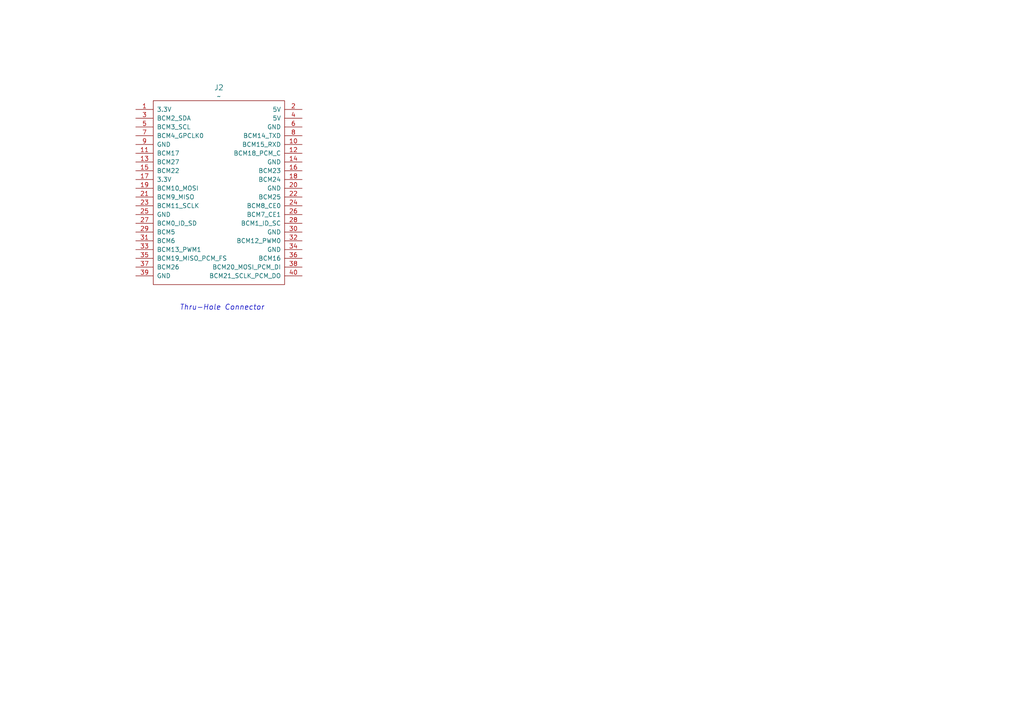
<source format=kicad_sch>
(kicad_sch (version 20211123) (generator eeschema)
  (paper "A4")
  (title_block (title "InterfaceS88GleisboxRPi") (date "2023-01-06") (rev "0.1") (comment 1 "and S88 via Rocrail.") (comment 2 "Interface pcb for controlling Märklin model railway using the Gleisbox (60116)") (comment 3 "Guido de Hek"))
  (lib_symbols
    (symbol "RPi_Hat:RPi_GPIO" (pin_names (offset 1.016))
      (property "Reference" "J" (at 19.05 6.35 0))
      (property "Value" "RPi_GPIO" (at 19.05 3.81 0))
      (symbol "RPi_GPIO_0_1"
        (rectangle (start 0 2.54) (end 38.1 -50.8))
      )
      (symbol "RPi_GPIO_1_1"
        (pin power_in line (at -5.08 0 0) (length 5.08) (name "3.3V") (number "1"))
        (pin bidirectional line (at 43.18 -10.16 180) (length 5.08) (name "BCM15_RXD") (number "10"))
        (pin bidirectional line (at -5.08 -12.7 0) (length 5.08) (name "BCM17") (number "11"))
        (pin bidirectional line (at 43.18 -12.7 180) (length 5.08) (name "BCM18_PCM_C") (number "12"))
        (pin bidirectional line (at -5.08 -15.24 0) (length 5.08) (name "BCM27") (number "13"))
        (pin power_in line (at 43.18 -15.24 180) (length 5.08) (name "GND") (number "14"))
        (pin bidirectional line (at -5.08 -17.78 0) (length 5.08) (name "BCM22") (number "15"))
        (pin bidirectional line (at 43.18 -17.78 180) (length 5.08) (name "BCM23") (number "16"))
        (pin power_in line (at -5.08 -20.32 0) (length 5.08) (name "3.3V") (number "17"))
        (pin bidirectional line (at 43.18 -20.32 180) (length 5.08) (name "BCM24") (number "18"))
        (pin bidirectional line (at -5.08 -22.86 0) (length 5.08) (name "BCM10_MOSI") (number "19"))
        (pin power_in line (at 43.18 0 180) (length 5.08) (name "5V") (number "2"))
        (pin power_in line (at 43.18 -22.86 180) (length 5.08) (name "GND") (number "20"))
        (pin bidirectional line (at -5.08 -25.4 0) (length 5.08) (name "BCM9_MISO") (number "21"))
        (pin bidirectional line (at 43.18 -25.4 180) (length 5.08) (name "BCM25") (number "22"))
        (pin bidirectional line (at -5.08 -27.94 0) (length 5.08) (name "BCM11_SCLK") (number "23"))
        (pin bidirectional line (at 43.18 -27.94 180) (length 5.08) (name "BCM8_CE0") (number "24"))
        (pin power_in line (at -5.08 -30.48 0) (length 5.08) (name "GND") (number "25"))
        (pin bidirectional line (at 43.18 -30.48 180) (length 5.08) (name "BCM7_CE1") (number "26"))
        (pin bidirectional line (at -5.08 -33.02 0) (length 5.08) (name "BCM0_ID_SD") (number "27"))
        (pin bidirectional line (at 43.18 -33.02 180) (length 5.08) (name "BCM1_ID_SC") (number "28"))
        (pin bidirectional line (at -5.08 -35.56 0) (length 5.08) (name "BCM5") (number "29"))
        (pin bidirectional line (at -5.08 -2.54 0) (length 5.08) (name "BCM2_SDA") (number "3"))
        (pin power_in line (at 43.18 -35.56 180) (length 5.08) (name "GND") (number "30"))
        (pin bidirectional line (at -5.08 -38.1 0) (length 5.08) (name "BCM6") (number "31"))
        (pin bidirectional line (at 43.18 -38.1 180) (length 5.08) (name "BCM12_PWM0") (number "32"))
        (pin bidirectional line (at -5.08 -40.64 0) (length 5.08) (name "BCM13_PWM1") (number "33"))
        (pin power_in line (at 43.18 -40.64 180) (length 5.08) (name "GND") (number "34"))
        (pin bidirectional line (at -5.08 -43.18 0) (length 5.08) (name "BCM19_MISO_PCM_FS") (number "35"))
        (pin bidirectional line (at 43.18 -43.18 180) (length 5.08) (name "BCM16") (number "36"))
        (pin bidirectional line (at -5.08 -45.72 0) (length 5.08) (name "BCM26") (number "37"))
        (pin bidirectional line (at 43.18 -45.72 180) (length 5.08) (name "BCM20_MOSI_PCM_DI") (number "38"))
        (pin power_in line (at -5.08 -48.26 0) (length 5.08) (name "GND") (number "39"))
        (pin power_in line (at 43.18 -2.54 180) (length 5.08) (name "5V") (number "4"))
        (pin bidirectional line (at 43.18 -48.26 180) (length 5.08) (name "BCM21_SCLK_PCM_DO") (number "40"))
        (pin bidirectional line (at -5.08 -5.08 0) (length 5.08) (name "BCM3_SCL") (number "5"))
        (pin power_in line (at 43.18 -5.08 180) (length 5.08) (name "GND") (number "6"))
        (pin bidirectional line (at -5.08 -7.62 0) (length 5.08) (name "BCM4_GPCLK0") (number "7"))
        (pin bidirectional line (at 43.18 -7.62 180) (length 5.08) (name "BCM14_TXD") (number "8"))
        (pin power_in line (at -5.08 -10.16 0) (length 5.08) (name "GND") (number "9"))
      )
    )
  )
  (text "Thru-Hole Connector" (at 52.07 90.17 0) (effects (font (size 1.524 1.524) italic) (justify left bottom)))
  (symbol (lib_id "RPi_Hat:RPi_GPIO") (at 44.45 31.75 0) (unit 1)
    (property "Reference" "J2" (at 63.5 25.4 0) (effects (font (size 1.524 1.524))))
    (property "Value" "~" (at 63.5 27.94 0) (effects (font (size 1.524 1.524))))
  )
)
</source>
